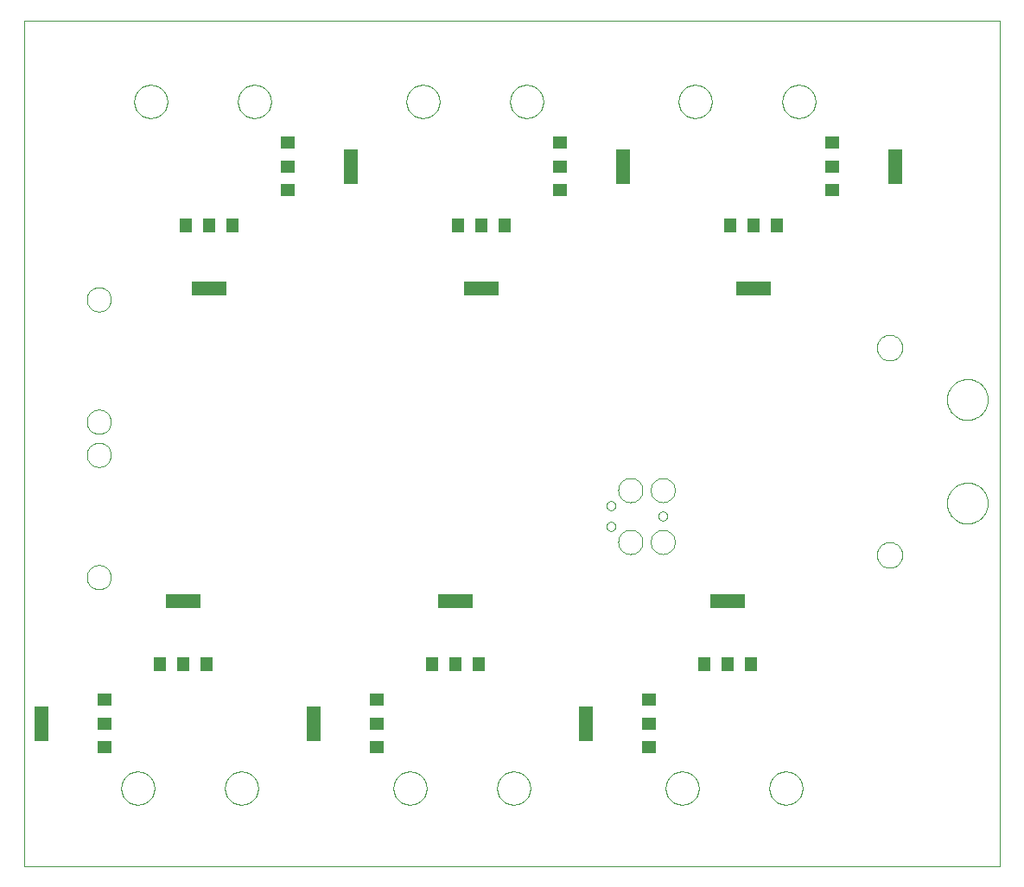
<source format=gbp>
G75*
%MOIN*%
%OFA0B0*%
%FSLAX24Y24*%
%IPPOS*%
%LPD*%
%AMOC8*
5,1,8,0,0,1.08239X$1,22.5*
%
%ADD10C,0.0000*%
%ADD11R,0.0551X0.0472*%
%ADD12R,0.0551X0.1378*%
%ADD13R,0.0472X0.0551*%
%ADD14R,0.1378X0.0551*%
D10*
X000100Y000204D02*
X000100Y032825D01*
X037720Y032825D01*
X037720Y000204D01*
X000100Y000204D01*
X003835Y003204D02*
X003837Y003254D01*
X003843Y003304D01*
X003853Y003353D01*
X003866Y003402D01*
X003884Y003449D01*
X003905Y003495D01*
X003929Y003538D01*
X003957Y003580D01*
X003988Y003620D01*
X004022Y003657D01*
X004059Y003691D01*
X004099Y003722D01*
X004141Y003750D01*
X004184Y003774D01*
X004230Y003795D01*
X004277Y003813D01*
X004326Y003826D01*
X004375Y003836D01*
X004425Y003842D01*
X004475Y003844D01*
X004525Y003842D01*
X004575Y003836D01*
X004624Y003826D01*
X004673Y003813D01*
X004720Y003795D01*
X004766Y003774D01*
X004809Y003750D01*
X004851Y003722D01*
X004891Y003691D01*
X004928Y003657D01*
X004962Y003620D01*
X004993Y003580D01*
X005021Y003538D01*
X005045Y003495D01*
X005066Y003449D01*
X005084Y003402D01*
X005097Y003353D01*
X005107Y003304D01*
X005113Y003254D01*
X005115Y003204D01*
X005113Y003154D01*
X005107Y003104D01*
X005097Y003055D01*
X005084Y003006D01*
X005066Y002959D01*
X005045Y002913D01*
X005021Y002870D01*
X004993Y002828D01*
X004962Y002788D01*
X004928Y002751D01*
X004891Y002717D01*
X004851Y002686D01*
X004809Y002658D01*
X004766Y002634D01*
X004720Y002613D01*
X004673Y002595D01*
X004624Y002582D01*
X004575Y002572D01*
X004525Y002566D01*
X004475Y002564D01*
X004425Y002566D01*
X004375Y002572D01*
X004326Y002582D01*
X004277Y002595D01*
X004230Y002613D01*
X004184Y002634D01*
X004141Y002658D01*
X004099Y002686D01*
X004059Y002717D01*
X004022Y002751D01*
X003988Y002788D01*
X003957Y002828D01*
X003929Y002870D01*
X003905Y002913D01*
X003884Y002959D01*
X003866Y003006D01*
X003853Y003055D01*
X003843Y003104D01*
X003837Y003154D01*
X003835Y003204D01*
X007835Y003204D02*
X007837Y003254D01*
X007843Y003304D01*
X007853Y003353D01*
X007866Y003402D01*
X007884Y003449D01*
X007905Y003495D01*
X007929Y003538D01*
X007957Y003580D01*
X007988Y003620D01*
X008022Y003657D01*
X008059Y003691D01*
X008099Y003722D01*
X008141Y003750D01*
X008184Y003774D01*
X008230Y003795D01*
X008277Y003813D01*
X008326Y003826D01*
X008375Y003836D01*
X008425Y003842D01*
X008475Y003844D01*
X008525Y003842D01*
X008575Y003836D01*
X008624Y003826D01*
X008673Y003813D01*
X008720Y003795D01*
X008766Y003774D01*
X008809Y003750D01*
X008851Y003722D01*
X008891Y003691D01*
X008928Y003657D01*
X008962Y003620D01*
X008993Y003580D01*
X009021Y003538D01*
X009045Y003495D01*
X009066Y003449D01*
X009084Y003402D01*
X009097Y003353D01*
X009107Y003304D01*
X009113Y003254D01*
X009115Y003204D01*
X009113Y003154D01*
X009107Y003104D01*
X009097Y003055D01*
X009084Y003006D01*
X009066Y002959D01*
X009045Y002913D01*
X009021Y002870D01*
X008993Y002828D01*
X008962Y002788D01*
X008928Y002751D01*
X008891Y002717D01*
X008851Y002686D01*
X008809Y002658D01*
X008766Y002634D01*
X008720Y002613D01*
X008673Y002595D01*
X008624Y002582D01*
X008575Y002572D01*
X008525Y002566D01*
X008475Y002564D01*
X008425Y002566D01*
X008375Y002572D01*
X008326Y002582D01*
X008277Y002595D01*
X008230Y002613D01*
X008184Y002634D01*
X008141Y002658D01*
X008099Y002686D01*
X008059Y002717D01*
X008022Y002751D01*
X007988Y002788D01*
X007957Y002828D01*
X007929Y002870D01*
X007905Y002913D01*
X007884Y002959D01*
X007866Y003006D01*
X007853Y003055D01*
X007843Y003104D01*
X007837Y003154D01*
X007835Y003204D01*
X014335Y003204D02*
X014337Y003254D01*
X014343Y003304D01*
X014353Y003353D01*
X014366Y003402D01*
X014384Y003449D01*
X014405Y003495D01*
X014429Y003538D01*
X014457Y003580D01*
X014488Y003620D01*
X014522Y003657D01*
X014559Y003691D01*
X014599Y003722D01*
X014641Y003750D01*
X014684Y003774D01*
X014730Y003795D01*
X014777Y003813D01*
X014826Y003826D01*
X014875Y003836D01*
X014925Y003842D01*
X014975Y003844D01*
X015025Y003842D01*
X015075Y003836D01*
X015124Y003826D01*
X015173Y003813D01*
X015220Y003795D01*
X015266Y003774D01*
X015309Y003750D01*
X015351Y003722D01*
X015391Y003691D01*
X015428Y003657D01*
X015462Y003620D01*
X015493Y003580D01*
X015521Y003538D01*
X015545Y003495D01*
X015566Y003449D01*
X015584Y003402D01*
X015597Y003353D01*
X015607Y003304D01*
X015613Y003254D01*
X015615Y003204D01*
X015613Y003154D01*
X015607Y003104D01*
X015597Y003055D01*
X015584Y003006D01*
X015566Y002959D01*
X015545Y002913D01*
X015521Y002870D01*
X015493Y002828D01*
X015462Y002788D01*
X015428Y002751D01*
X015391Y002717D01*
X015351Y002686D01*
X015309Y002658D01*
X015266Y002634D01*
X015220Y002613D01*
X015173Y002595D01*
X015124Y002582D01*
X015075Y002572D01*
X015025Y002566D01*
X014975Y002564D01*
X014925Y002566D01*
X014875Y002572D01*
X014826Y002582D01*
X014777Y002595D01*
X014730Y002613D01*
X014684Y002634D01*
X014641Y002658D01*
X014599Y002686D01*
X014559Y002717D01*
X014522Y002751D01*
X014488Y002788D01*
X014457Y002828D01*
X014429Y002870D01*
X014405Y002913D01*
X014384Y002959D01*
X014366Y003006D01*
X014353Y003055D01*
X014343Y003104D01*
X014337Y003154D01*
X014335Y003204D01*
X018335Y003204D02*
X018337Y003254D01*
X018343Y003304D01*
X018353Y003353D01*
X018366Y003402D01*
X018384Y003449D01*
X018405Y003495D01*
X018429Y003538D01*
X018457Y003580D01*
X018488Y003620D01*
X018522Y003657D01*
X018559Y003691D01*
X018599Y003722D01*
X018641Y003750D01*
X018684Y003774D01*
X018730Y003795D01*
X018777Y003813D01*
X018826Y003826D01*
X018875Y003836D01*
X018925Y003842D01*
X018975Y003844D01*
X019025Y003842D01*
X019075Y003836D01*
X019124Y003826D01*
X019173Y003813D01*
X019220Y003795D01*
X019266Y003774D01*
X019309Y003750D01*
X019351Y003722D01*
X019391Y003691D01*
X019428Y003657D01*
X019462Y003620D01*
X019493Y003580D01*
X019521Y003538D01*
X019545Y003495D01*
X019566Y003449D01*
X019584Y003402D01*
X019597Y003353D01*
X019607Y003304D01*
X019613Y003254D01*
X019615Y003204D01*
X019613Y003154D01*
X019607Y003104D01*
X019597Y003055D01*
X019584Y003006D01*
X019566Y002959D01*
X019545Y002913D01*
X019521Y002870D01*
X019493Y002828D01*
X019462Y002788D01*
X019428Y002751D01*
X019391Y002717D01*
X019351Y002686D01*
X019309Y002658D01*
X019266Y002634D01*
X019220Y002613D01*
X019173Y002595D01*
X019124Y002582D01*
X019075Y002572D01*
X019025Y002566D01*
X018975Y002564D01*
X018925Y002566D01*
X018875Y002572D01*
X018826Y002582D01*
X018777Y002595D01*
X018730Y002613D01*
X018684Y002634D01*
X018641Y002658D01*
X018599Y002686D01*
X018559Y002717D01*
X018522Y002751D01*
X018488Y002788D01*
X018457Y002828D01*
X018429Y002870D01*
X018405Y002913D01*
X018384Y002959D01*
X018366Y003006D01*
X018353Y003055D01*
X018343Y003104D01*
X018337Y003154D01*
X018335Y003204D01*
X024835Y003204D02*
X024837Y003254D01*
X024843Y003304D01*
X024853Y003353D01*
X024866Y003402D01*
X024884Y003449D01*
X024905Y003495D01*
X024929Y003538D01*
X024957Y003580D01*
X024988Y003620D01*
X025022Y003657D01*
X025059Y003691D01*
X025099Y003722D01*
X025141Y003750D01*
X025184Y003774D01*
X025230Y003795D01*
X025277Y003813D01*
X025326Y003826D01*
X025375Y003836D01*
X025425Y003842D01*
X025475Y003844D01*
X025525Y003842D01*
X025575Y003836D01*
X025624Y003826D01*
X025673Y003813D01*
X025720Y003795D01*
X025766Y003774D01*
X025809Y003750D01*
X025851Y003722D01*
X025891Y003691D01*
X025928Y003657D01*
X025962Y003620D01*
X025993Y003580D01*
X026021Y003538D01*
X026045Y003495D01*
X026066Y003449D01*
X026084Y003402D01*
X026097Y003353D01*
X026107Y003304D01*
X026113Y003254D01*
X026115Y003204D01*
X026113Y003154D01*
X026107Y003104D01*
X026097Y003055D01*
X026084Y003006D01*
X026066Y002959D01*
X026045Y002913D01*
X026021Y002870D01*
X025993Y002828D01*
X025962Y002788D01*
X025928Y002751D01*
X025891Y002717D01*
X025851Y002686D01*
X025809Y002658D01*
X025766Y002634D01*
X025720Y002613D01*
X025673Y002595D01*
X025624Y002582D01*
X025575Y002572D01*
X025525Y002566D01*
X025475Y002564D01*
X025425Y002566D01*
X025375Y002572D01*
X025326Y002582D01*
X025277Y002595D01*
X025230Y002613D01*
X025184Y002634D01*
X025141Y002658D01*
X025099Y002686D01*
X025059Y002717D01*
X025022Y002751D01*
X024988Y002788D01*
X024957Y002828D01*
X024929Y002870D01*
X024905Y002913D01*
X024884Y002959D01*
X024866Y003006D01*
X024853Y003055D01*
X024843Y003104D01*
X024837Y003154D01*
X024835Y003204D01*
X028835Y003204D02*
X028837Y003254D01*
X028843Y003304D01*
X028853Y003353D01*
X028866Y003402D01*
X028884Y003449D01*
X028905Y003495D01*
X028929Y003538D01*
X028957Y003580D01*
X028988Y003620D01*
X029022Y003657D01*
X029059Y003691D01*
X029099Y003722D01*
X029141Y003750D01*
X029184Y003774D01*
X029230Y003795D01*
X029277Y003813D01*
X029326Y003826D01*
X029375Y003836D01*
X029425Y003842D01*
X029475Y003844D01*
X029525Y003842D01*
X029575Y003836D01*
X029624Y003826D01*
X029673Y003813D01*
X029720Y003795D01*
X029766Y003774D01*
X029809Y003750D01*
X029851Y003722D01*
X029891Y003691D01*
X029928Y003657D01*
X029962Y003620D01*
X029993Y003580D01*
X030021Y003538D01*
X030045Y003495D01*
X030066Y003449D01*
X030084Y003402D01*
X030097Y003353D01*
X030107Y003304D01*
X030113Y003254D01*
X030115Y003204D01*
X030113Y003154D01*
X030107Y003104D01*
X030097Y003055D01*
X030084Y003006D01*
X030066Y002959D01*
X030045Y002913D01*
X030021Y002870D01*
X029993Y002828D01*
X029962Y002788D01*
X029928Y002751D01*
X029891Y002717D01*
X029851Y002686D01*
X029809Y002658D01*
X029766Y002634D01*
X029720Y002613D01*
X029673Y002595D01*
X029624Y002582D01*
X029575Y002572D01*
X029525Y002566D01*
X029475Y002564D01*
X029425Y002566D01*
X029375Y002572D01*
X029326Y002582D01*
X029277Y002595D01*
X029230Y002613D01*
X029184Y002634D01*
X029141Y002658D01*
X029099Y002686D01*
X029059Y002717D01*
X029022Y002751D01*
X028988Y002788D01*
X028957Y002828D01*
X028929Y002870D01*
X028905Y002913D01*
X028884Y002959D01*
X028866Y003006D01*
X028853Y003055D01*
X028843Y003104D01*
X028837Y003154D01*
X028835Y003204D01*
X032983Y012204D02*
X032985Y012248D01*
X032991Y012292D01*
X033001Y012335D01*
X033014Y012377D01*
X033032Y012417D01*
X033053Y012456D01*
X033077Y012493D01*
X033104Y012528D01*
X033135Y012560D01*
X033168Y012589D01*
X033204Y012615D01*
X033242Y012637D01*
X033282Y012656D01*
X033323Y012672D01*
X033366Y012684D01*
X033409Y012692D01*
X033453Y012696D01*
X033497Y012696D01*
X033541Y012692D01*
X033584Y012684D01*
X033627Y012672D01*
X033668Y012656D01*
X033708Y012637D01*
X033746Y012615D01*
X033782Y012589D01*
X033815Y012560D01*
X033846Y012528D01*
X033873Y012493D01*
X033897Y012456D01*
X033918Y012417D01*
X033936Y012377D01*
X033949Y012335D01*
X033959Y012292D01*
X033965Y012248D01*
X033967Y012204D01*
X033965Y012160D01*
X033959Y012116D01*
X033949Y012073D01*
X033936Y012031D01*
X033918Y011991D01*
X033897Y011952D01*
X033873Y011915D01*
X033846Y011880D01*
X033815Y011848D01*
X033782Y011819D01*
X033746Y011793D01*
X033708Y011771D01*
X033668Y011752D01*
X033627Y011736D01*
X033584Y011724D01*
X033541Y011716D01*
X033497Y011712D01*
X033453Y011712D01*
X033409Y011716D01*
X033366Y011724D01*
X033323Y011736D01*
X033282Y011752D01*
X033242Y011771D01*
X033204Y011793D01*
X033168Y011819D01*
X033135Y011848D01*
X033104Y011880D01*
X033077Y011915D01*
X033053Y011952D01*
X033032Y011991D01*
X033014Y012031D01*
X033001Y012073D01*
X032991Y012116D01*
X032985Y012160D01*
X032983Y012204D01*
X035688Y014204D02*
X035690Y014260D01*
X035696Y014315D01*
X035706Y014369D01*
X035719Y014423D01*
X035737Y014476D01*
X035758Y014527D01*
X035782Y014577D01*
X035810Y014625D01*
X035842Y014671D01*
X035876Y014715D01*
X035914Y014756D01*
X035954Y014794D01*
X035997Y014829D01*
X036042Y014861D01*
X036090Y014890D01*
X036139Y014916D01*
X036190Y014938D01*
X036242Y014956D01*
X036296Y014970D01*
X036351Y014981D01*
X036406Y014988D01*
X036461Y014991D01*
X036517Y014990D01*
X036572Y014985D01*
X036627Y014976D01*
X036681Y014964D01*
X036734Y014947D01*
X036786Y014927D01*
X036836Y014903D01*
X036884Y014876D01*
X036931Y014846D01*
X036975Y014812D01*
X037017Y014775D01*
X037055Y014735D01*
X037092Y014693D01*
X037125Y014648D01*
X037154Y014602D01*
X037181Y014553D01*
X037203Y014502D01*
X037223Y014450D01*
X037238Y014396D01*
X037250Y014342D01*
X037258Y014287D01*
X037262Y014232D01*
X037262Y014176D01*
X037258Y014121D01*
X037250Y014066D01*
X037238Y014012D01*
X037223Y013958D01*
X037203Y013906D01*
X037181Y013855D01*
X037154Y013806D01*
X037125Y013760D01*
X037092Y013715D01*
X037055Y013673D01*
X037017Y013633D01*
X036975Y013596D01*
X036931Y013562D01*
X036884Y013532D01*
X036836Y013505D01*
X036786Y013481D01*
X036734Y013461D01*
X036681Y013444D01*
X036627Y013432D01*
X036572Y013423D01*
X036517Y013418D01*
X036461Y013417D01*
X036406Y013420D01*
X036351Y013427D01*
X036296Y013438D01*
X036242Y013452D01*
X036190Y013470D01*
X036139Y013492D01*
X036090Y013518D01*
X036042Y013547D01*
X035997Y013579D01*
X035954Y013614D01*
X035914Y013652D01*
X035876Y013693D01*
X035842Y013737D01*
X035810Y013783D01*
X035782Y013831D01*
X035758Y013881D01*
X035737Y013932D01*
X035719Y013985D01*
X035706Y014039D01*
X035696Y014093D01*
X035690Y014148D01*
X035688Y014204D01*
X035688Y018204D02*
X035690Y018260D01*
X035696Y018315D01*
X035706Y018369D01*
X035719Y018423D01*
X035737Y018476D01*
X035758Y018527D01*
X035782Y018577D01*
X035810Y018625D01*
X035842Y018671D01*
X035876Y018715D01*
X035914Y018756D01*
X035954Y018794D01*
X035997Y018829D01*
X036042Y018861D01*
X036090Y018890D01*
X036139Y018916D01*
X036190Y018938D01*
X036242Y018956D01*
X036296Y018970D01*
X036351Y018981D01*
X036406Y018988D01*
X036461Y018991D01*
X036517Y018990D01*
X036572Y018985D01*
X036627Y018976D01*
X036681Y018964D01*
X036734Y018947D01*
X036786Y018927D01*
X036836Y018903D01*
X036884Y018876D01*
X036931Y018846D01*
X036975Y018812D01*
X037017Y018775D01*
X037055Y018735D01*
X037092Y018693D01*
X037125Y018648D01*
X037154Y018602D01*
X037181Y018553D01*
X037203Y018502D01*
X037223Y018450D01*
X037238Y018396D01*
X037250Y018342D01*
X037258Y018287D01*
X037262Y018232D01*
X037262Y018176D01*
X037258Y018121D01*
X037250Y018066D01*
X037238Y018012D01*
X037223Y017958D01*
X037203Y017906D01*
X037181Y017855D01*
X037154Y017806D01*
X037125Y017760D01*
X037092Y017715D01*
X037055Y017673D01*
X037017Y017633D01*
X036975Y017596D01*
X036931Y017562D01*
X036884Y017532D01*
X036836Y017505D01*
X036786Y017481D01*
X036734Y017461D01*
X036681Y017444D01*
X036627Y017432D01*
X036572Y017423D01*
X036517Y017418D01*
X036461Y017417D01*
X036406Y017420D01*
X036351Y017427D01*
X036296Y017438D01*
X036242Y017452D01*
X036190Y017470D01*
X036139Y017492D01*
X036090Y017518D01*
X036042Y017547D01*
X035997Y017579D01*
X035954Y017614D01*
X035914Y017652D01*
X035876Y017693D01*
X035842Y017737D01*
X035810Y017783D01*
X035782Y017831D01*
X035758Y017881D01*
X035737Y017932D01*
X035719Y017985D01*
X035706Y018039D01*
X035696Y018093D01*
X035690Y018148D01*
X035688Y018204D01*
X032983Y020204D02*
X032985Y020248D01*
X032991Y020292D01*
X033001Y020335D01*
X033014Y020377D01*
X033032Y020417D01*
X033053Y020456D01*
X033077Y020493D01*
X033104Y020528D01*
X033135Y020560D01*
X033168Y020589D01*
X033204Y020615D01*
X033242Y020637D01*
X033282Y020656D01*
X033323Y020672D01*
X033366Y020684D01*
X033409Y020692D01*
X033453Y020696D01*
X033497Y020696D01*
X033541Y020692D01*
X033584Y020684D01*
X033627Y020672D01*
X033668Y020656D01*
X033708Y020637D01*
X033746Y020615D01*
X033782Y020589D01*
X033815Y020560D01*
X033846Y020528D01*
X033873Y020493D01*
X033897Y020456D01*
X033918Y020417D01*
X033936Y020377D01*
X033949Y020335D01*
X033959Y020292D01*
X033965Y020248D01*
X033967Y020204D01*
X033965Y020160D01*
X033959Y020116D01*
X033949Y020073D01*
X033936Y020031D01*
X033918Y019991D01*
X033897Y019952D01*
X033873Y019915D01*
X033846Y019880D01*
X033815Y019848D01*
X033782Y019819D01*
X033746Y019793D01*
X033708Y019771D01*
X033668Y019752D01*
X033627Y019736D01*
X033584Y019724D01*
X033541Y019716D01*
X033497Y019712D01*
X033453Y019712D01*
X033409Y019716D01*
X033366Y019724D01*
X033323Y019736D01*
X033282Y019752D01*
X033242Y019771D01*
X033204Y019793D01*
X033168Y019819D01*
X033135Y019848D01*
X033104Y019880D01*
X033077Y019915D01*
X033053Y019952D01*
X033032Y019991D01*
X033014Y020031D01*
X033001Y020073D01*
X032991Y020116D01*
X032985Y020160D01*
X032983Y020204D01*
X024258Y014704D02*
X024260Y014747D01*
X024266Y014790D01*
X024276Y014832D01*
X024290Y014873D01*
X024307Y014912D01*
X024328Y014950D01*
X024352Y014985D01*
X024380Y015019D01*
X024410Y015049D01*
X024444Y015077D01*
X024479Y015101D01*
X024517Y015122D01*
X024556Y015139D01*
X024597Y015153D01*
X024639Y015163D01*
X024682Y015169D01*
X024725Y015171D01*
X024768Y015169D01*
X024811Y015163D01*
X024853Y015153D01*
X024894Y015139D01*
X024933Y015122D01*
X024971Y015101D01*
X025006Y015077D01*
X025040Y015049D01*
X025070Y015019D01*
X025098Y014985D01*
X025122Y014950D01*
X025143Y014912D01*
X025160Y014873D01*
X025174Y014832D01*
X025184Y014790D01*
X025190Y014747D01*
X025192Y014704D01*
X025190Y014661D01*
X025184Y014618D01*
X025174Y014576D01*
X025160Y014535D01*
X025143Y014496D01*
X025122Y014458D01*
X025098Y014423D01*
X025070Y014389D01*
X025040Y014359D01*
X025006Y014331D01*
X024971Y014307D01*
X024933Y014286D01*
X024894Y014269D01*
X024853Y014255D01*
X024811Y014245D01*
X024768Y014239D01*
X024725Y014237D01*
X024682Y014239D01*
X024639Y014245D01*
X024597Y014255D01*
X024556Y014269D01*
X024517Y014286D01*
X024479Y014307D01*
X024444Y014331D01*
X024410Y014359D01*
X024380Y014389D01*
X024352Y014423D01*
X024328Y014458D01*
X024307Y014496D01*
X024290Y014535D01*
X024276Y014576D01*
X024266Y014618D01*
X024260Y014661D01*
X024258Y014704D01*
X023008Y014704D02*
X023010Y014747D01*
X023016Y014790D01*
X023026Y014832D01*
X023040Y014873D01*
X023057Y014912D01*
X023078Y014950D01*
X023102Y014985D01*
X023130Y015019D01*
X023160Y015049D01*
X023194Y015077D01*
X023229Y015101D01*
X023267Y015122D01*
X023306Y015139D01*
X023347Y015153D01*
X023389Y015163D01*
X023432Y015169D01*
X023475Y015171D01*
X023518Y015169D01*
X023561Y015163D01*
X023603Y015153D01*
X023644Y015139D01*
X023683Y015122D01*
X023721Y015101D01*
X023756Y015077D01*
X023790Y015049D01*
X023820Y015019D01*
X023848Y014985D01*
X023872Y014950D01*
X023893Y014912D01*
X023910Y014873D01*
X023924Y014832D01*
X023934Y014790D01*
X023940Y014747D01*
X023942Y014704D01*
X023940Y014661D01*
X023934Y014618D01*
X023924Y014576D01*
X023910Y014535D01*
X023893Y014496D01*
X023872Y014458D01*
X023848Y014423D01*
X023820Y014389D01*
X023790Y014359D01*
X023756Y014331D01*
X023721Y014307D01*
X023683Y014286D01*
X023644Y014269D01*
X023603Y014255D01*
X023561Y014245D01*
X023518Y014239D01*
X023475Y014237D01*
X023432Y014239D01*
X023389Y014245D01*
X023347Y014255D01*
X023306Y014269D01*
X023267Y014286D01*
X023229Y014307D01*
X023194Y014331D01*
X023160Y014359D01*
X023130Y014389D01*
X023102Y014423D01*
X023078Y014458D01*
X023057Y014496D01*
X023040Y014535D01*
X023026Y014576D01*
X023016Y014618D01*
X023010Y014661D01*
X023008Y014704D01*
X022550Y014104D02*
X022552Y014130D01*
X022558Y014156D01*
X022567Y014180D01*
X022580Y014203D01*
X022597Y014223D01*
X022616Y014241D01*
X022638Y014256D01*
X022661Y014267D01*
X022686Y014275D01*
X022712Y014279D01*
X022738Y014279D01*
X022764Y014275D01*
X022789Y014267D01*
X022813Y014256D01*
X022834Y014241D01*
X022853Y014223D01*
X022870Y014203D01*
X022883Y014180D01*
X022892Y014156D01*
X022898Y014130D01*
X022900Y014104D01*
X022898Y014078D01*
X022892Y014052D01*
X022883Y014028D01*
X022870Y014005D01*
X022853Y013985D01*
X022834Y013967D01*
X022812Y013952D01*
X022789Y013941D01*
X022764Y013933D01*
X022738Y013929D01*
X022712Y013929D01*
X022686Y013933D01*
X022661Y013941D01*
X022637Y013952D01*
X022616Y013967D01*
X022597Y013985D01*
X022580Y014005D01*
X022567Y014028D01*
X022558Y014052D01*
X022552Y014078D01*
X022550Y014104D01*
X022550Y013304D02*
X022552Y013330D01*
X022558Y013356D01*
X022567Y013380D01*
X022580Y013403D01*
X022597Y013423D01*
X022616Y013441D01*
X022638Y013456D01*
X022661Y013467D01*
X022686Y013475D01*
X022712Y013479D01*
X022738Y013479D01*
X022764Y013475D01*
X022789Y013467D01*
X022813Y013456D01*
X022834Y013441D01*
X022853Y013423D01*
X022870Y013403D01*
X022883Y013380D01*
X022892Y013356D01*
X022898Y013330D01*
X022900Y013304D01*
X022898Y013278D01*
X022892Y013252D01*
X022883Y013228D01*
X022870Y013205D01*
X022853Y013185D01*
X022834Y013167D01*
X022812Y013152D01*
X022789Y013141D01*
X022764Y013133D01*
X022738Y013129D01*
X022712Y013129D01*
X022686Y013133D01*
X022661Y013141D01*
X022637Y013152D01*
X022616Y013167D01*
X022597Y013185D01*
X022580Y013205D01*
X022567Y013228D01*
X022558Y013252D01*
X022552Y013278D01*
X022550Y013304D01*
X023008Y012704D02*
X023010Y012747D01*
X023016Y012790D01*
X023026Y012832D01*
X023040Y012873D01*
X023057Y012912D01*
X023078Y012950D01*
X023102Y012985D01*
X023130Y013019D01*
X023160Y013049D01*
X023194Y013077D01*
X023229Y013101D01*
X023267Y013122D01*
X023306Y013139D01*
X023347Y013153D01*
X023389Y013163D01*
X023432Y013169D01*
X023475Y013171D01*
X023518Y013169D01*
X023561Y013163D01*
X023603Y013153D01*
X023644Y013139D01*
X023683Y013122D01*
X023721Y013101D01*
X023756Y013077D01*
X023790Y013049D01*
X023820Y013019D01*
X023848Y012985D01*
X023872Y012950D01*
X023893Y012912D01*
X023910Y012873D01*
X023924Y012832D01*
X023934Y012790D01*
X023940Y012747D01*
X023942Y012704D01*
X023940Y012661D01*
X023934Y012618D01*
X023924Y012576D01*
X023910Y012535D01*
X023893Y012496D01*
X023872Y012458D01*
X023848Y012423D01*
X023820Y012389D01*
X023790Y012359D01*
X023756Y012331D01*
X023721Y012307D01*
X023683Y012286D01*
X023644Y012269D01*
X023603Y012255D01*
X023561Y012245D01*
X023518Y012239D01*
X023475Y012237D01*
X023432Y012239D01*
X023389Y012245D01*
X023347Y012255D01*
X023306Y012269D01*
X023267Y012286D01*
X023229Y012307D01*
X023194Y012331D01*
X023160Y012359D01*
X023130Y012389D01*
X023102Y012423D01*
X023078Y012458D01*
X023057Y012496D01*
X023040Y012535D01*
X023026Y012576D01*
X023016Y012618D01*
X023010Y012661D01*
X023008Y012704D01*
X024258Y012704D02*
X024260Y012747D01*
X024266Y012790D01*
X024276Y012832D01*
X024290Y012873D01*
X024307Y012912D01*
X024328Y012950D01*
X024352Y012985D01*
X024380Y013019D01*
X024410Y013049D01*
X024444Y013077D01*
X024479Y013101D01*
X024517Y013122D01*
X024556Y013139D01*
X024597Y013153D01*
X024639Y013163D01*
X024682Y013169D01*
X024725Y013171D01*
X024768Y013169D01*
X024811Y013163D01*
X024853Y013153D01*
X024894Y013139D01*
X024933Y013122D01*
X024971Y013101D01*
X025006Y013077D01*
X025040Y013049D01*
X025070Y013019D01*
X025098Y012985D01*
X025122Y012950D01*
X025143Y012912D01*
X025160Y012873D01*
X025174Y012832D01*
X025184Y012790D01*
X025190Y012747D01*
X025192Y012704D01*
X025190Y012661D01*
X025184Y012618D01*
X025174Y012576D01*
X025160Y012535D01*
X025143Y012496D01*
X025122Y012458D01*
X025098Y012423D01*
X025070Y012389D01*
X025040Y012359D01*
X025006Y012331D01*
X024971Y012307D01*
X024933Y012286D01*
X024894Y012269D01*
X024853Y012255D01*
X024811Y012245D01*
X024768Y012239D01*
X024725Y012237D01*
X024682Y012239D01*
X024639Y012245D01*
X024597Y012255D01*
X024556Y012269D01*
X024517Y012286D01*
X024479Y012307D01*
X024444Y012331D01*
X024410Y012359D01*
X024380Y012389D01*
X024352Y012423D01*
X024328Y012458D01*
X024307Y012496D01*
X024290Y012535D01*
X024276Y012576D01*
X024266Y012618D01*
X024260Y012661D01*
X024258Y012704D01*
X024550Y013704D02*
X024552Y013730D01*
X024558Y013756D01*
X024567Y013780D01*
X024580Y013803D01*
X024597Y013823D01*
X024616Y013841D01*
X024638Y013856D01*
X024661Y013867D01*
X024686Y013875D01*
X024712Y013879D01*
X024738Y013879D01*
X024764Y013875D01*
X024789Y013867D01*
X024813Y013856D01*
X024834Y013841D01*
X024853Y013823D01*
X024870Y013803D01*
X024883Y013780D01*
X024892Y013756D01*
X024898Y013730D01*
X024900Y013704D01*
X024898Y013678D01*
X024892Y013652D01*
X024883Y013628D01*
X024870Y013605D01*
X024853Y013585D01*
X024834Y013567D01*
X024812Y013552D01*
X024789Y013541D01*
X024764Y013533D01*
X024738Y013529D01*
X024712Y013529D01*
X024686Y013533D01*
X024661Y013541D01*
X024637Y013552D01*
X024616Y013567D01*
X024597Y013585D01*
X024580Y013605D01*
X024567Y013628D01*
X024558Y013652D01*
X024552Y013678D01*
X024550Y013704D01*
X025335Y029704D02*
X025337Y029754D01*
X025343Y029804D01*
X025353Y029853D01*
X025366Y029902D01*
X025384Y029949D01*
X025405Y029995D01*
X025429Y030038D01*
X025457Y030080D01*
X025488Y030120D01*
X025522Y030157D01*
X025559Y030191D01*
X025599Y030222D01*
X025641Y030250D01*
X025684Y030274D01*
X025730Y030295D01*
X025777Y030313D01*
X025826Y030326D01*
X025875Y030336D01*
X025925Y030342D01*
X025975Y030344D01*
X026025Y030342D01*
X026075Y030336D01*
X026124Y030326D01*
X026173Y030313D01*
X026220Y030295D01*
X026266Y030274D01*
X026309Y030250D01*
X026351Y030222D01*
X026391Y030191D01*
X026428Y030157D01*
X026462Y030120D01*
X026493Y030080D01*
X026521Y030038D01*
X026545Y029995D01*
X026566Y029949D01*
X026584Y029902D01*
X026597Y029853D01*
X026607Y029804D01*
X026613Y029754D01*
X026615Y029704D01*
X026613Y029654D01*
X026607Y029604D01*
X026597Y029555D01*
X026584Y029506D01*
X026566Y029459D01*
X026545Y029413D01*
X026521Y029370D01*
X026493Y029328D01*
X026462Y029288D01*
X026428Y029251D01*
X026391Y029217D01*
X026351Y029186D01*
X026309Y029158D01*
X026266Y029134D01*
X026220Y029113D01*
X026173Y029095D01*
X026124Y029082D01*
X026075Y029072D01*
X026025Y029066D01*
X025975Y029064D01*
X025925Y029066D01*
X025875Y029072D01*
X025826Y029082D01*
X025777Y029095D01*
X025730Y029113D01*
X025684Y029134D01*
X025641Y029158D01*
X025599Y029186D01*
X025559Y029217D01*
X025522Y029251D01*
X025488Y029288D01*
X025457Y029328D01*
X025429Y029370D01*
X025405Y029413D01*
X025384Y029459D01*
X025366Y029506D01*
X025353Y029555D01*
X025343Y029604D01*
X025337Y029654D01*
X025335Y029704D01*
X029335Y029704D02*
X029337Y029754D01*
X029343Y029804D01*
X029353Y029853D01*
X029366Y029902D01*
X029384Y029949D01*
X029405Y029995D01*
X029429Y030038D01*
X029457Y030080D01*
X029488Y030120D01*
X029522Y030157D01*
X029559Y030191D01*
X029599Y030222D01*
X029641Y030250D01*
X029684Y030274D01*
X029730Y030295D01*
X029777Y030313D01*
X029826Y030326D01*
X029875Y030336D01*
X029925Y030342D01*
X029975Y030344D01*
X030025Y030342D01*
X030075Y030336D01*
X030124Y030326D01*
X030173Y030313D01*
X030220Y030295D01*
X030266Y030274D01*
X030309Y030250D01*
X030351Y030222D01*
X030391Y030191D01*
X030428Y030157D01*
X030462Y030120D01*
X030493Y030080D01*
X030521Y030038D01*
X030545Y029995D01*
X030566Y029949D01*
X030584Y029902D01*
X030597Y029853D01*
X030607Y029804D01*
X030613Y029754D01*
X030615Y029704D01*
X030613Y029654D01*
X030607Y029604D01*
X030597Y029555D01*
X030584Y029506D01*
X030566Y029459D01*
X030545Y029413D01*
X030521Y029370D01*
X030493Y029328D01*
X030462Y029288D01*
X030428Y029251D01*
X030391Y029217D01*
X030351Y029186D01*
X030309Y029158D01*
X030266Y029134D01*
X030220Y029113D01*
X030173Y029095D01*
X030124Y029082D01*
X030075Y029072D01*
X030025Y029066D01*
X029975Y029064D01*
X029925Y029066D01*
X029875Y029072D01*
X029826Y029082D01*
X029777Y029095D01*
X029730Y029113D01*
X029684Y029134D01*
X029641Y029158D01*
X029599Y029186D01*
X029559Y029217D01*
X029522Y029251D01*
X029488Y029288D01*
X029457Y029328D01*
X029429Y029370D01*
X029405Y029413D01*
X029384Y029459D01*
X029366Y029506D01*
X029353Y029555D01*
X029343Y029604D01*
X029337Y029654D01*
X029335Y029704D01*
X018835Y029704D02*
X018837Y029754D01*
X018843Y029804D01*
X018853Y029853D01*
X018866Y029902D01*
X018884Y029949D01*
X018905Y029995D01*
X018929Y030038D01*
X018957Y030080D01*
X018988Y030120D01*
X019022Y030157D01*
X019059Y030191D01*
X019099Y030222D01*
X019141Y030250D01*
X019184Y030274D01*
X019230Y030295D01*
X019277Y030313D01*
X019326Y030326D01*
X019375Y030336D01*
X019425Y030342D01*
X019475Y030344D01*
X019525Y030342D01*
X019575Y030336D01*
X019624Y030326D01*
X019673Y030313D01*
X019720Y030295D01*
X019766Y030274D01*
X019809Y030250D01*
X019851Y030222D01*
X019891Y030191D01*
X019928Y030157D01*
X019962Y030120D01*
X019993Y030080D01*
X020021Y030038D01*
X020045Y029995D01*
X020066Y029949D01*
X020084Y029902D01*
X020097Y029853D01*
X020107Y029804D01*
X020113Y029754D01*
X020115Y029704D01*
X020113Y029654D01*
X020107Y029604D01*
X020097Y029555D01*
X020084Y029506D01*
X020066Y029459D01*
X020045Y029413D01*
X020021Y029370D01*
X019993Y029328D01*
X019962Y029288D01*
X019928Y029251D01*
X019891Y029217D01*
X019851Y029186D01*
X019809Y029158D01*
X019766Y029134D01*
X019720Y029113D01*
X019673Y029095D01*
X019624Y029082D01*
X019575Y029072D01*
X019525Y029066D01*
X019475Y029064D01*
X019425Y029066D01*
X019375Y029072D01*
X019326Y029082D01*
X019277Y029095D01*
X019230Y029113D01*
X019184Y029134D01*
X019141Y029158D01*
X019099Y029186D01*
X019059Y029217D01*
X019022Y029251D01*
X018988Y029288D01*
X018957Y029328D01*
X018929Y029370D01*
X018905Y029413D01*
X018884Y029459D01*
X018866Y029506D01*
X018853Y029555D01*
X018843Y029604D01*
X018837Y029654D01*
X018835Y029704D01*
X014835Y029704D02*
X014837Y029754D01*
X014843Y029804D01*
X014853Y029853D01*
X014866Y029902D01*
X014884Y029949D01*
X014905Y029995D01*
X014929Y030038D01*
X014957Y030080D01*
X014988Y030120D01*
X015022Y030157D01*
X015059Y030191D01*
X015099Y030222D01*
X015141Y030250D01*
X015184Y030274D01*
X015230Y030295D01*
X015277Y030313D01*
X015326Y030326D01*
X015375Y030336D01*
X015425Y030342D01*
X015475Y030344D01*
X015525Y030342D01*
X015575Y030336D01*
X015624Y030326D01*
X015673Y030313D01*
X015720Y030295D01*
X015766Y030274D01*
X015809Y030250D01*
X015851Y030222D01*
X015891Y030191D01*
X015928Y030157D01*
X015962Y030120D01*
X015993Y030080D01*
X016021Y030038D01*
X016045Y029995D01*
X016066Y029949D01*
X016084Y029902D01*
X016097Y029853D01*
X016107Y029804D01*
X016113Y029754D01*
X016115Y029704D01*
X016113Y029654D01*
X016107Y029604D01*
X016097Y029555D01*
X016084Y029506D01*
X016066Y029459D01*
X016045Y029413D01*
X016021Y029370D01*
X015993Y029328D01*
X015962Y029288D01*
X015928Y029251D01*
X015891Y029217D01*
X015851Y029186D01*
X015809Y029158D01*
X015766Y029134D01*
X015720Y029113D01*
X015673Y029095D01*
X015624Y029082D01*
X015575Y029072D01*
X015525Y029066D01*
X015475Y029064D01*
X015425Y029066D01*
X015375Y029072D01*
X015326Y029082D01*
X015277Y029095D01*
X015230Y029113D01*
X015184Y029134D01*
X015141Y029158D01*
X015099Y029186D01*
X015059Y029217D01*
X015022Y029251D01*
X014988Y029288D01*
X014957Y029328D01*
X014929Y029370D01*
X014905Y029413D01*
X014884Y029459D01*
X014866Y029506D01*
X014853Y029555D01*
X014843Y029604D01*
X014837Y029654D01*
X014835Y029704D01*
X008335Y029704D02*
X008337Y029754D01*
X008343Y029804D01*
X008353Y029853D01*
X008366Y029902D01*
X008384Y029949D01*
X008405Y029995D01*
X008429Y030038D01*
X008457Y030080D01*
X008488Y030120D01*
X008522Y030157D01*
X008559Y030191D01*
X008599Y030222D01*
X008641Y030250D01*
X008684Y030274D01*
X008730Y030295D01*
X008777Y030313D01*
X008826Y030326D01*
X008875Y030336D01*
X008925Y030342D01*
X008975Y030344D01*
X009025Y030342D01*
X009075Y030336D01*
X009124Y030326D01*
X009173Y030313D01*
X009220Y030295D01*
X009266Y030274D01*
X009309Y030250D01*
X009351Y030222D01*
X009391Y030191D01*
X009428Y030157D01*
X009462Y030120D01*
X009493Y030080D01*
X009521Y030038D01*
X009545Y029995D01*
X009566Y029949D01*
X009584Y029902D01*
X009597Y029853D01*
X009607Y029804D01*
X009613Y029754D01*
X009615Y029704D01*
X009613Y029654D01*
X009607Y029604D01*
X009597Y029555D01*
X009584Y029506D01*
X009566Y029459D01*
X009545Y029413D01*
X009521Y029370D01*
X009493Y029328D01*
X009462Y029288D01*
X009428Y029251D01*
X009391Y029217D01*
X009351Y029186D01*
X009309Y029158D01*
X009266Y029134D01*
X009220Y029113D01*
X009173Y029095D01*
X009124Y029082D01*
X009075Y029072D01*
X009025Y029066D01*
X008975Y029064D01*
X008925Y029066D01*
X008875Y029072D01*
X008826Y029082D01*
X008777Y029095D01*
X008730Y029113D01*
X008684Y029134D01*
X008641Y029158D01*
X008599Y029186D01*
X008559Y029217D01*
X008522Y029251D01*
X008488Y029288D01*
X008457Y029328D01*
X008429Y029370D01*
X008405Y029413D01*
X008384Y029459D01*
X008366Y029506D01*
X008353Y029555D01*
X008343Y029604D01*
X008337Y029654D01*
X008335Y029704D01*
X004335Y029704D02*
X004337Y029754D01*
X004343Y029804D01*
X004353Y029853D01*
X004366Y029902D01*
X004384Y029949D01*
X004405Y029995D01*
X004429Y030038D01*
X004457Y030080D01*
X004488Y030120D01*
X004522Y030157D01*
X004559Y030191D01*
X004599Y030222D01*
X004641Y030250D01*
X004684Y030274D01*
X004730Y030295D01*
X004777Y030313D01*
X004826Y030326D01*
X004875Y030336D01*
X004925Y030342D01*
X004975Y030344D01*
X005025Y030342D01*
X005075Y030336D01*
X005124Y030326D01*
X005173Y030313D01*
X005220Y030295D01*
X005266Y030274D01*
X005309Y030250D01*
X005351Y030222D01*
X005391Y030191D01*
X005428Y030157D01*
X005462Y030120D01*
X005493Y030080D01*
X005521Y030038D01*
X005545Y029995D01*
X005566Y029949D01*
X005584Y029902D01*
X005597Y029853D01*
X005607Y029804D01*
X005613Y029754D01*
X005615Y029704D01*
X005613Y029654D01*
X005607Y029604D01*
X005597Y029555D01*
X005584Y029506D01*
X005566Y029459D01*
X005545Y029413D01*
X005521Y029370D01*
X005493Y029328D01*
X005462Y029288D01*
X005428Y029251D01*
X005391Y029217D01*
X005351Y029186D01*
X005309Y029158D01*
X005266Y029134D01*
X005220Y029113D01*
X005173Y029095D01*
X005124Y029082D01*
X005075Y029072D01*
X005025Y029066D01*
X004975Y029064D01*
X004925Y029066D01*
X004875Y029072D01*
X004826Y029082D01*
X004777Y029095D01*
X004730Y029113D01*
X004684Y029134D01*
X004641Y029158D01*
X004599Y029186D01*
X004559Y029217D01*
X004522Y029251D01*
X004488Y029288D01*
X004457Y029328D01*
X004429Y029370D01*
X004405Y029413D01*
X004384Y029459D01*
X004366Y029506D01*
X004353Y029555D01*
X004343Y029604D01*
X004337Y029654D01*
X004335Y029704D01*
X002510Y022066D02*
X002512Y022109D01*
X002518Y022151D01*
X002528Y022193D01*
X002541Y022234D01*
X002559Y022273D01*
X002580Y022311D01*
X002604Y022346D01*
X002631Y022379D01*
X002662Y022410D01*
X002695Y022437D01*
X002730Y022461D01*
X002768Y022482D01*
X002807Y022500D01*
X002848Y022513D01*
X002890Y022523D01*
X002932Y022529D01*
X002975Y022531D01*
X003018Y022529D01*
X003060Y022523D01*
X003102Y022513D01*
X003143Y022500D01*
X003182Y022482D01*
X003220Y022461D01*
X003255Y022437D01*
X003288Y022410D01*
X003319Y022379D01*
X003346Y022346D01*
X003370Y022311D01*
X003391Y022273D01*
X003409Y022234D01*
X003422Y022193D01*
X003432Y022151D01*
X003438Y022109D01*
X003440Y022066D01*
X003438Y022023D01*
X003432Y021981D01*
X003422Y021939D01*
X003409Y021898D01*
X003391Y021859D01*
X003370Y021821D01*
X003346Y021786D01*
X003319Y021753D01*
X003288Y021722D01*
X003255Y021695D01*
X003220Y021671D01*
X003182Y021650D01*
X003143Y021632D01*
X003102Y021619D01*
X003060Y021609D01*
X003018Y021603D01*
X002975Y021601D01*
X002932Y021603D01*
X002890Y021609D01*
X002848Y021619D01*
X002807Y021632D01*
X002768Y021650D01*
X002730Y021671D01*
X002695Y021695D01*
X002662Y021722D01*
X002631Y021753D01*
X002604Y021786D01*
X002580Y021821D01*
X002559Y021859D01*
X002541Y021898D01*
X002528Y021939D01*
X002518Y021981D01*
X002512Y022023D01*
X002510Y022066D01*
X002510Y017342D02*
X002512Y017385D01*
X002518Y017427D01*
X002528Y017469D01*
X002541Y017510D01*
X002559Y017549D01*
X002580Y017587D01*
X002604Y017622D01*
X002631Y017655D01*
X002662Y017686D01*
X002695Y017713D01*
X002730Y017737D01*
X002768Y017758D01*
X002807Y017776D01*
X002848Y017789D01*
X002890Y017799D01*
X002932Y017805D01*
X002975Y017807D01*
X003018Y017805D01*
X003060Y017799D01*
X003102Y017789D01*
X003143Y017776D01*
X003182Y017758D01*
X003220Y017737D01*
X003255Y017713D01*
X003288Y017686D01*
X003319Y017655D01*
X003346Y017622D01*
X003370Y017587D01*
X003391Y017549D01*
X003409Y017510D01*
X003422Y017469D01*
X003432Y017427D01*
X003438Y017385D01*
X003440Y017342D01*
X003438Y017299D01*
X003432Y017257D01*
X003422Y017215D01*
X003409Y017174D01*
X003391Y017135D01*
X003370Y017097D01*
X003346Y017062D01*
X003319Y017029D01*
X003288Y016998D01*
X003255Y016971D01*
X003220Y016947D01*
X003182Y016926D01*
X003143Y016908D01*
X003102Y016895D01*
X003060Y016885D01*
X003018Y016879D01*
X002975Y016877D01*
X002932Y016879D01*
X002890Y016885D01*
X002848Y016895D01*
X002807Y016908D01*
X002768Y016926D01*
X002730Y016947D01*
X002695Y016971D01*
X002662Y016998D01*
X002631Y017029D01*
X002604Y017062D01*
X002580Y017097D01*
X002559Y017135D01*
X002541Y017174D01*
X002528Y017215D01*
X002518Y017257D01*
X002512Y017299D01*
X002510Y017342D01*
X002510Y016066D02*
X002512Y016109D01*
X002518Y016151D01*
X002528Y016193D01*
X002541Y016234D01*
X002559Y016273D01*
X002580Y016311D01*
X002604Y016346D01*
X002631Y016379D01*
X002662Y016410D01*
X002695Y016437D01*
X002730Y016461D01*
X002768Y016482D01*
X002807Y016500D01*
X002848Y016513D01*
X002890Y016523D01*
X002932Y016529D01*
X002975Y016531D01*
X003018Y016529D01*
X003060Y016523D01*
X003102Y016513D01*
X003143Y016500D01*
X003182Y016482D01*
X003220Y016461D01*
X003255Y016437D01*
X003288Y016410D01*
X003319Y016379D01*
X003346Y016346D01*
X003370Y016311D01*
X003391Y016273D01*
X003409Y016234D01*
X003422Y016193D01*
X003432Y016151D01*
X003438Y016109D01*
X003440Y016066D01*
X003438Y016023D01*
X003432Y015981D01*
X003422Y015939D01*
X003409Y015898D01*
X003391Y015859D01*
X003370Y015821D01*
X003346Y015786D01*
X003319Y015753D01*
X003288Y015722D01*
X003255Y015695D01*
X003220Y015671D01*
X003182Y015650D01*
X003143Y015632D01*
X003102Y015619D01*
X003060Y015609D01*
X003018Y015603D01*
X002975Y015601D01*
X002932Y015603D01*
X002890Y015609D01*
X002848Y015619D01*
X002807Y015632D01*
X002768Y015650D01*
X002730Y015671D01*
X002695Y015695D01*
X002662Y015722D01*
X002631Y015753D01*
X002604Y015786D01*
X002580Y015821D01*
X002559Y015859D01*
X002541Y015898D01*
X002528Y015939D01*
X002518Y015981D01*
X002512Y016023D01*
X002510Y016066D01*
X002510Y011342D02*
X002512Y011385D01*
X002518Y011427D01*
X002528Y011469D01*
X002541Y011510D01*
X002559Y011549D01*
X002580Y011587D01*
X002604Y011622D01*
X002631Y011655D01*
X002662Y011686D01*
X002695Y011713D01*
X002730Y011737D01*
X002768Y011758D01*
X002807Y011776D01*
X002848Y011789D01*
X002890Y011799D01*
X002932Y011805D01*
X002975Y011807D01*
X003018Y011805D01*
X003060Y011799D01*
X003102Y011789D01*
X003143Y011776D01*
X003182Y011758D01*
X003220Y011737D01*
X003255Y011713D01*
X003288Y011686D01*
X003319Y011655D01*
X003346Y011622D01*
X003370Y011587D01*
X003391Y011549D01*
X003409Y011510D01*
X003422Y011469D01*
X003432Y011427D01*
X003438Y011385D01*
X003440Y011342D01*
X003438Y011299D01*
X003432Y011257D01*
X003422Y011215D01*
X003409Y011174D01*
X003391Y011135D01*
X003370Y011097D01*
X003346Y011062D01*
X003319Y011029D01*
X003288Y010998D01*
X003255Y010971D01*
X003220Y010947D01*
X003182Y010926D01*
X003143Y010908D01*
X003102Y010895D01*
X003060Y010885D01*
X003018Y010879D01*
X002975Y010877D01*
X002932Y010879D01*
X002890Y010885D01*
X002848Y010895D01*
X002807Y010908D01*
X002768Y010926D01*
X002730Y010947D01*
X002695Y010971D01*
X002662Y010998D01*
X002631Y011029D01*
X002604Y011062D01*
X002580Y011097D01*
X002559Y011135D01*
X002541Y011174D01*
X002528Y011215D01*
X002518Y011257D01*
X002512Y011299D01*
X002510Y011342D01*
D11*
X003195Y006614D03*
X003195Y005704D03*
X003195Y004794D03*
X013695Y004794D03*
X013695Y005704D03*
X013695Y006614D03*
X024195Y006614D03*
X024195Y005704D03*
X024195Y004794D03*
X020755Y026294D03*
X020755Y027204D03*
X020755Y028114D03*
X010255Y028114D03*
X010255Y027204D03*
X010255Y026294D03*
X031255Y026294D03*
X031255Y027204D03*
X031255Y028114D03*
D12*
X033695Y027204D03*
X023195Y027204D03*
X012695Y027204D03*
X011255Y005704D03*
X021755Y005704D03*
X000755Y005704D03*
D13*
X005315Y007984D03*
X006225Y007984D03*
X007135Y007984D03*
X015815Y007984D03*
X016725Y007984D03*
X017635Y007984D03*
X026315Y007984D03*
X027225Y007984D03*
X028135Y007984D03*
X028225Y024924D03*
X027315Y024924D03*
X029135Y024924D03*
X018635Y024924D03*
X017725Y024924D03*
X016815Y024924D03*
X008135Y024924D03*
X007225Y024924D03*
X006315Y024924D03*
D14*
X007225Y022484D03*
X017725Y022484D03*
X028225Y022484D03*
X027225Y010424D03*
X016725Y010424D03*
X006225Y010424D03*
M02*

</source>
